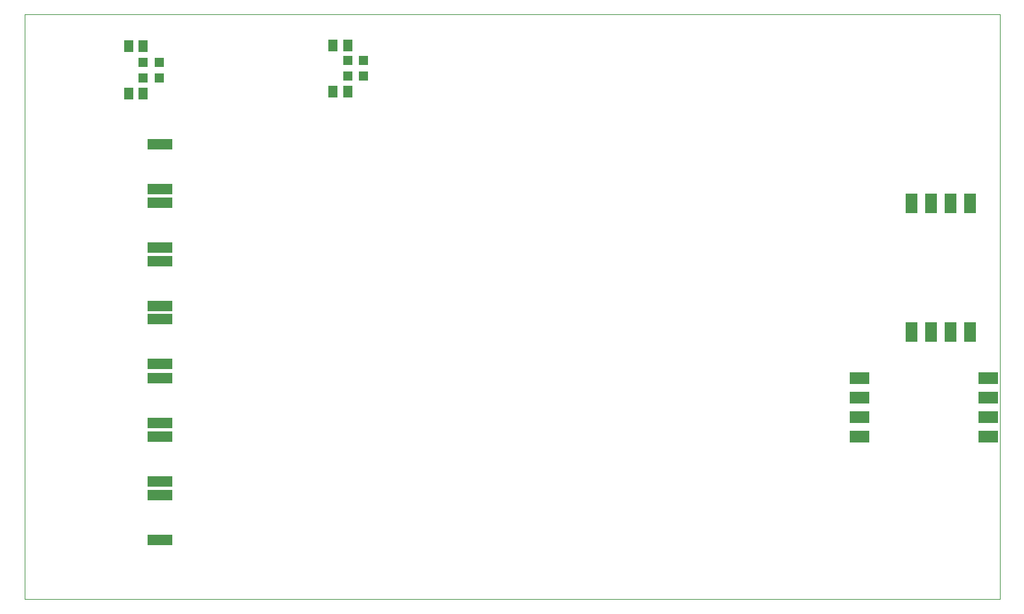
<source format=gbp>
G04 (created by PCBNEW (2013-jul-07)-stable) date Sun 25 May 2014 01:06:24 AM EDT*
%MOIN*%
G04 Gerber Fmt 3.4, Leading zero omitted, Abs format*
%FSLAX34Y34*%
G01*
G70*
G90*
G04 APERTURE LIST*
%ADD10C,0.00393701*%
%ADD11C,0.001*%
%ADD12R,0.125X0.053*%
%ADD13R,0.06X0.1*%
%ADD14R,0.1X0.06*%
%ADD15R,0.0512X0.059*%
%ADD16R,0.0472X0.0472*%
G04 APERTURE END LIST*
G54D10*
G54D11*
X13760Y-39080D02*
X13760Y-9080D01*
X63760Y-39080D02*
X13760Y-39080D01*
X63760Y-9080D02*
X63760Y-39080D01*
X13760Y-9080D02*
X63760Y-9080D01*
G54D12*
X20709Y-33719D03*
X20709Y-36029D03*
X20709Y-30719D03*
X20709Y-33029D03*
X20709Y-27719D03*
X20709Y-30029D03*
X20709Y-24699D03*
X20709Y-27009D03*
X20709Y-21719D03*
X20709Y-24029D03*
X20709Y-18719D03*
X20709Y-21029D03*
X20709Y-15723D03*
X20709Y-18033D03*
G54D13*
X62252Y-25355D03*
X61252Y-25355D03*
X60252Y-25355D03*
X59252Y-25355D03*
X59252Y-18755D03*
X60252Y-18755D03*
X61252Y-18755D03*
X62252Y-18755D03*
G54D14*
X56574Y-30728D03*
X56574Y-29728D03*
X56574Y-28728D03*
X56574Y-27728D03*
X63174Y-27728D03*
X63174Y-28728D03*
X63174Y-29728D03*
X63174Y-30728D03*
G54D15*
X30325Y-13025D03*
X29575Y-13025D03*
X30325Y-10675D03*
X29575Y-10675D03*
X19850Y-13150D03*
X19100Y-13150D03*
X19850Y-10700D03*
X19100Y-10700D03*
G54D16*
X30327Y-12228D03*
X31153Y-12228D03*
X30327Y-11440D03*
X31153Y-11440D03*
X19838Y-12330D03*
X20664Y-12330D03*
X19838Y-11551D03*
X20664Y-11551D03*
M02*

</source>
